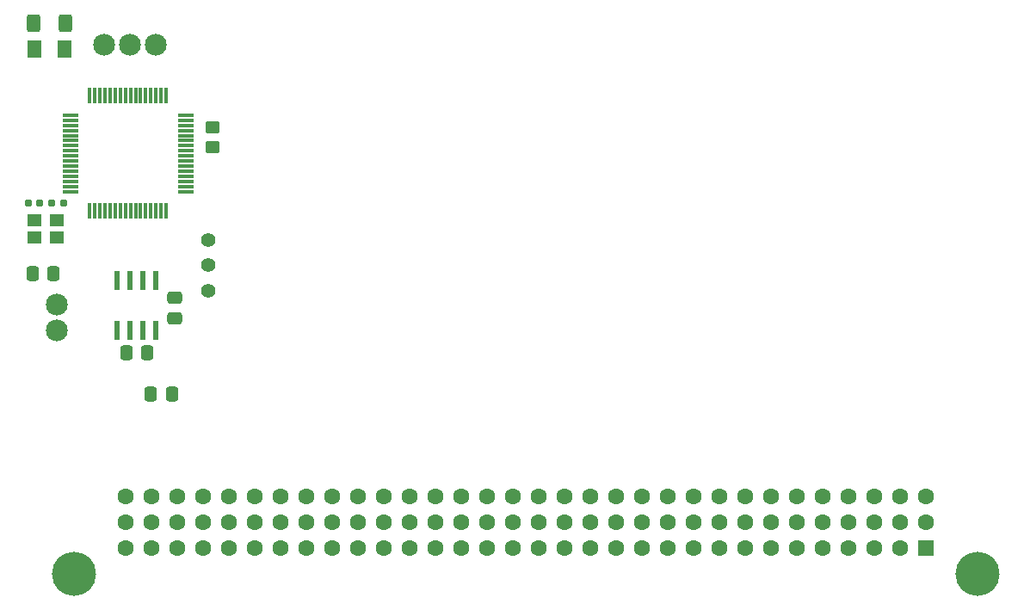
<source format=gbr>
%TF.GenerationSoftware,KiCad,Pcbnew,9.0.0*%
%TF.CreationDate,2025-04-06T17:48:58-04:00*%
%TF.ProjectId,Thruster_Control_Card_COPY,54687275-7374-4657-925f-436f6e74726f,rev?*%
%TF.SameCoordinates,Original*%
%TF.FileFunction,Soldermask,Top*%
%TF.FilePolarity,Negative*%
%FSLAX46Y46*%
G04 Gerber Fmt 4.6, Leading zero omitted, Abs format (unit mm)*
G04 Created by KiCad (PCBNEW 9.0.0) date 2025-04-06 17:48:58*
%MOMM*%
%LPD*%
G01*
G04 APERTURE LIST*
G04 Aperture macros list*
%AMRoundRect*
0 Rectangle with rounded corners*
0 $1 Rounding radius*
0 $2 $3 $4 $5 $6 $7 $8 $9 X,Y pos of 4 corners*
0 Add a 4 corners polygon primitive as box body*
4,1,4,$2,$3,$4,$5,$6,$7,$8,$9,$2,$3,0*
0 Add four circle primitives for the rounded corners*
1,1,$1+$1,$2,$3*
1,1,$1+$1,$4,$5*
1,1,$1+$1,$6,$7*
1,1,$1+$1,$8,$9*
0 Add four rect primitives between the rounded corners*
20,1,$1+$1,$2,$3,$4,$5,0*
20,1,$1+$1,$4,$5,$6,$7,0*
20,1,$1+$1,$6,$7,$8,$9,0*
20,1,$1+$1,$8,$9,$2,$3,0*%
G04 Aperture macros list end*
%ADD10C,2.154000*%
%ADD11RoundRect,0.155000X0.212500X0.155000X-0.212500X0.155000X-0.212500X-0.155000X0.212500X-0.155000X0*%
%ADD12R,0.558000X1.969999*%
%ADD13RoundRect,0.250000X0.337500X0.475000X-0.337500X0.475000X-0.337500X-0.475000X0.337500X-0.475000X0*%
%ADD14C,1.397000*%
%ADD15RoundRect,0.250000X-0.337500X-0.475000X0.337500X-0.475000X0.337500X0.475000X-0.337500X0.475000X0*%
%ADD16R,1.605000X1.605000*%
%ADD17C,1.605000*%
%ADD18C,4.335000*%
%ADD19RoundRect,0.250000X0.475000X-0.337500X0.475000X0.337500X-0.475000X0.337500X-0.475000X-0.337500X0*%
%ADD20RoundRect,0.250000X0.400000X0.625000X-0.400000X0.625000X-0.400000X-0.625000X0.400000X-0.625000X0*%
%ADD21RoundRect,0.250000X-0.450000X0.350000X-0.450000X-0.350000X0.450000X-0.350000X0.450000X0.350000X0*%
%ADD22RoundRect,0.250001X0.462499X0.624999X-0.462499X0.624999X-0.462499X-0.624999X0.462499X-0.624999X0*%
%ADD23RoundRect,0.180000X-0.520000X-0.420000X0.520000X-0.420000X0.520000X0.420000X-0.520000X0.420000X0*%
%ADD24RoundRect,0.075000X-0.700000X-0.075000X0.700000X-0.075000X0.700000X0.075000X-0.700000X0.075000X0*%
%ADD25RoundRect,0.075000X-0.075000X-0.700000X0.075000X-0.700000X0.075000X0.700000X-0.075000X0.700000X0*%
G04 APERTURE END LIST*
D10*
%TO.C,J7*%
X154025000Y-80950000D03*
X154025000Y-83490000D03*
%TD*%
D11*
%TO.C,C1*%
X154635000Y-71000000D03*
X153500000Y-71000000D03*
%TD*%
D12*
%TO.C,U6*%
X163700000Y-78576200D03*
X162430000Y-78576200D03*
X161160000Y-78576200D03*
X159890000Y-78576200D03*
X159890000Y-83503800D03*
X161160000Y-83503800D03*
X162430000Y-83503800D03*
X163700000Y-83503800D03*
%TD*%
D13*
%TO.C,22uf*%
X165312500Y-89825000D03*
X163237500Y-89825000D03*
%TD*%
D14*
%TO.C,BOOT*%
X168900000Y-79600000D03*
X168900000Y-77100000D03*
X168900000Y-74600000D03*
%TD*%
D15*
%TO.C,4.7uf*%
X151587500Y-77925000D03*
X153662500Y-77925000D03*
%TD*%
%TO.C,100nf*%
X160822500Y-85740000D03*
X162897500Y-85740000D03*
%TD*%
D16*
%TO.C,J1*%
X239522000Y-104902000D03*
D17*
X236982000Y-104902000D03*
X234442000Y-104902000D03*
X231902000Y-104902000D03*
X229362000Y-104902000D03*
X226822000Y-104902000D03*
X224282000Y-104902000D03*
X221742000Y-104902000D03*
X219202000Y-104902000D03*
X216662000Y-104902000D03*
X214122000Y-104902000D03*
X211582000Y-104902000D03*
X209042000Y-104902000D03*
X206502000Y-104902000D03*
X203962000Y-104902000D03*
X201422000Y-104902000D03*
X198882000Y-104902000D03*
X196342000Y-104902000D03*
X193802000Y-104902000D03*
X191262000Y-104902000D03*
X188722000Y-104902000D03*
X186182000Y-104902000D03*
X183642000Y-104902000D03*
X181102000Y-104902000D03*
X178562000Y-104902000D03*
X176022000Y-104902000D03*
X173482000Y-104902000D03*
X170942000Y-104902000D03*
X168402000Y-104902000D03*
X165862000Y-104902000D03*
X163322000Y-104902000D03*
X160782000Y-104902000D03*
X239522000Y-102362000D03*
X236982000Y-102362000D03*
X234442000Y-102362000D03*
X231902000Y-102362000D03*
X229362000Y-102362000D03*
X226822000Y-102362000D03*
X224282000Y-102362000D03*
X221742000Y-102362000D03*
X219202000Y-102362000D03*
X216662000Y-102362000D03*
X214122000Y-102362000D03*
X211582000Y-102362000D03*
X209042000Y-102362000D03*
X206502000Y-102362000D03*
X203962000Y-102362000D03*
X201422000Y-102362000D03*
X198882000Y-102362000D03*
X196342000Y-102362000D03*
X193802000Y-102362000D03*
X191262000Y-102362000D03*
X188722000Y-102362000D03*
X186182000Y-102362000D03*
X183642000Y-102362000D03*
X181102000Y-102362000D03*
X178562000Y-102362000D03*
X176022000Y-102362000D03*
X173482000Y-102362000D03*
X170942000Y-102362000D03*
X168402000Y-102362000D03*
X165862000Y-102362000D03*
X163322000Y-102362000D03*
X160782000Y-102362000D03*
X239522000Y-99822000D03*
X236982000Y-99822000D03*
X234442000Y-99822000D03*
X231902000Y-99822000D03*
X229362000Y-99822000D03*
X226822000Y-99822000D03*
X224282000Y-99822000D03*
X221742000Y-99822000D03*
X219202000Y-99822000D03*
X216662000Y-99822000D03*
X214122000Y-99822000D03*
X211582000Y-99822000D03*
X209042000Y-99822000D03*
X206502000Y-99822000D03*
X203962000Y-99822000D03*
X201422000Y-99822000D03*
X198882000Y-99822000D03*
X196342000Y-99822000D03*
X193802000Y-99822000D03*
X191262000Y-99822000D03*
X188722000Y-99822000D03*
X186182000Y-99822000D03*
X183642000Y-99822000D03*
X181102000Y-99822000D03*
X178562000Y-99822000D03*
X176022000Y-99822000D03*
X173482000Y-99822000D03*
X170942000Y-99822000D03*
X168402000Y-99822000D03*
X165862000Y-99822000D03*
X163322000Y-99822000D03*
X160782000Y-99822000D03*
D18*
X244602000Y-107442000D03*
X155702000Y-107442000D03*
%TD*%
D19*
%TO.C,100nf*%
X165575000Y-82350000D03*
X165575000Y-80275000D03*
%TD*%
D20*
%TO.C,1k*%
X154850000Y-53325000D03*
X151750000Y-53325000D03*
%TD*%
D10*
%TO.C,SWCLK NRST SWDIO*%
X163700000Y-55400000D03*
X161160000Y-55400000D03*
X158620000Y-55400000D03*
%TD*%
D21*
%TO.C,10k*%
X169300000Y-63500000D03*
X169300000Y-65500000D03*
%TD*%
D22*
%TO.C,LED*%
X154737500Y-55850000D03*
X151762500Y-55850000D03*
%TD*%
D23*
%TO.C,U7*%
X151775000Y-72700000D03*
X153975000Y-72700000D03*
X153975000Y-74400000D03*
X151775000Y-74400000D03*
%TD*%
D24*
%TO.C,U5*%
X155325000Y-62350000D03*
X155325000Y-62850000D03*
X155325000Y-63350000D03*
X155325000Y-63850000D03*
X155325000Y-64350000D03*
X155325000Y-64850000D03*
X155325000Y-65350000D03*
X155325000Y-65850000D03*
X155325000Y-66350000D03*
X155325000Y-66850000D03*
X155325000Y-67350000D03*
X155325000Y-67850000D03*
X155325000Y-68350000D03*
X155325000Y-68850000D03*
X155325000Y-69350000D03*
X155325000Y-69850000D03*
D25*
X157250000Y-71775000D03*
X157750000Y-71775000D03*
X158250000Y-71775000D03*
X158750000Y-71775000D03*
X159250000Y-71775000D03*
X159750000Y-71775000D03*
X160250000Y-71775000D03*
X160750000Y-71775000D03*
X161250000Y-71775000D03*
X161750000Y-71775000D03*
X162250000Y-71775000D03*
X162750000Y-71775000D03*
X163250000Y-71775000D03*
X163750000Y-71775000D03*
X164250000Y-71775000D03*
X164750000Y-71775000D03*
D24*
X166675000Y-69850000D03*
X166675000Y-69350000D03*
X166675000Y-68850000D03*
X166675000Y-68350000D03*
X166675000Y-67850000D03*
X166675000Y-67350000D03*
X166675000Y-66850000D03*
X166675000Y-66350000D03*
X166675000Y-65850000D03*
X166675000Y-65350000D03*
X166675000Y-64850000D03*
X166675000Y-64350000D03*
X166675000Y-63850000D03*
X166675000Y-63350000D03*
X166675000Y-62850000D03*
X166675000Y-62350000D03*
D25*
X164750000Y-60425000D03*
X164250000Y-60425000D03*
X163750000Y-60425000D03*
X163250000Y-60425000D03*
X162750000Y-60425000D03*
X162250000Y-60425000D03*
X161750000Y-60425000D03*
X161250000Y-60425000D03*
X160750000Y-60425000D03*
X160250000Y-60425000D03*
X159750000Y-60425000D03*
X159250000Y-60425000D03*
X158750000Y-60425000D03*
X158250000Y-60425000D03*
X157750000Y-60425000D03*
X157250000Y-60425000D03*
%TD*%
D11*
%TO.C,20pf*%
X152310000Y-71000000D03*
X151175000Y-71000000D03*
%TD*%
M02*

</source>
